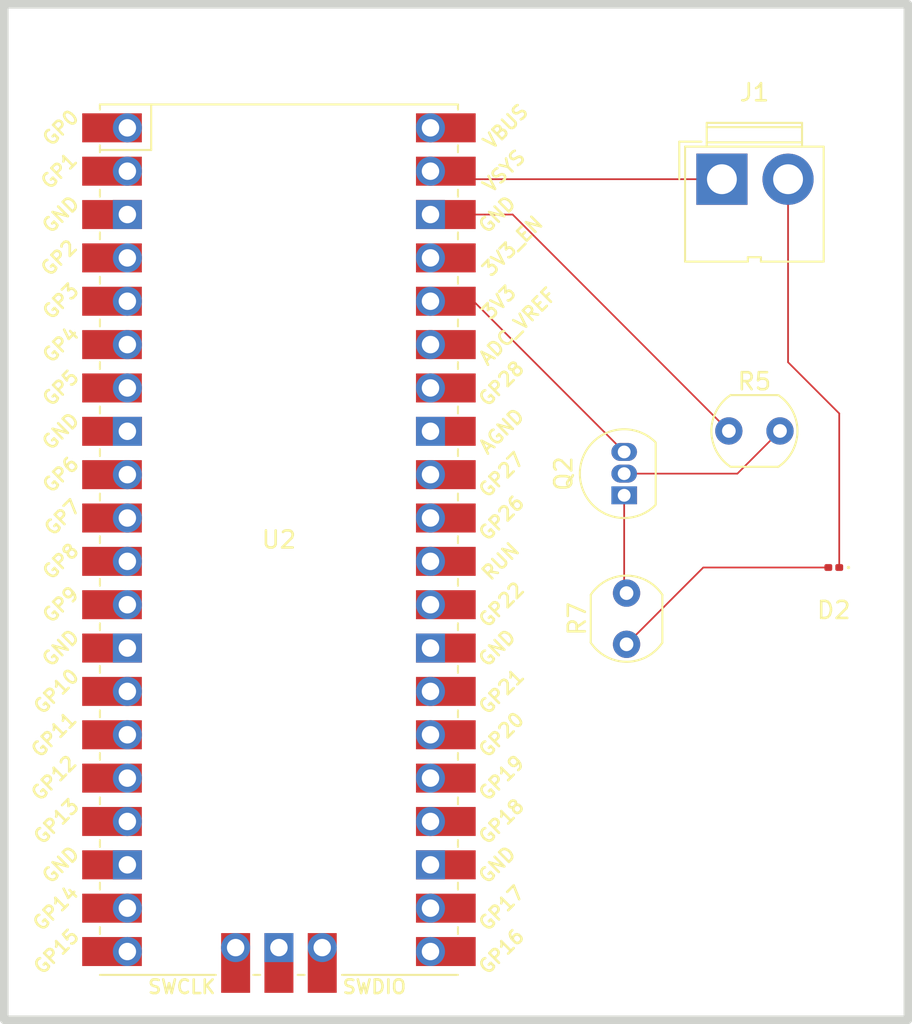
<source format=kicad_pcb>
(kicad_pcb (version 20240108) (generator "pcbnew") (generator_version "8.0")
  (layers (0 "F.Cu" signal) (31 "B.Cu" signal) (34 "B.Paste" user) (35 "F.Paste" user) (36 "B.SilkS" user "B.Silkscreen") (37 "F.SilkS" user "F.Silkscreen") (38 "B.Mask" user) (39 "F.Mask" user) (44 "Edge.Cuts" user))
  (net 0 "")
  (net 1 "GND")
  (net 2 "Net-(D2-A)")
  (net 3 "VSYS")
  (net 4 "Net-(Q2-B)")
  (net 5 "Net-(Q2-C)")
  (net 6 "3v3")
  (net 7 "Net-(R5-Pad1)")
  (footprint "OptoDevice:R_LDR_5.0x4.1mm_P3mm_Vertical" (layer "F.Cu") (at 145.5 104 90)
    (property "Reference" "R7" (at 1.5 -2.9 270) (layer "F.SilkS"))
    (property "Value" "R")
    (fp_line (start 0.1 -2.1) (end 2.9 -2.1) (stroke (width 0.12)) (layer "F.SilkS"))
    (fp_line (start 0.1 2.1) (end 2.9 2.1) (stroke (width 0.12)) (layer "F.SilkS"))
    (fp_arc (start 2.9 -2.1) (mid 4.023872 0.008372) (end 2.886037 2.109242) (stroke (width 0.12)) (layer "F.SilkS"))
    (fp_arc (start 0.1 2.1) (mid -1.023872 -0.008372) (end 0.113963 -2.109242) (stroke (width 0.12)) (layer "F.SilkS"))
    (pad "1" thru_hole circle (at 0 0 90) (size 1.6 1.6) (drill 0.8) (layers "*.Cu" "*.Mask") (net 2 "Net-(D2-A)"))
    (pad "2" thru_hole circle (at 3 0 90) (size 1.6 1.6) (drill 0.8) (layers "*.Cu" "*.Mask") (net 5 "Net-(Q2-C)"))
  )
  (footprint "Package_TO_SOT_THT:TO-92_Inline" (layer "F.Cu") (at 145.36 95.27 90)
    (property "Reference" "Q2" (at 1.27 -3.56 270) (layer "F.SilkS"))
    (property "Value" "BC558")
    (fp_line (start -0.53 1.85) (end 3.07 1.85) (stroke (width 0.12)) (layer "F.SilkS"))
    (fp_arc (start 1.27 -2.6) (mid 3.672087 -0.994977) (end 3.108478 1.838478) (stroke (width 0.12)) (layer "F.SilkS"))
    (fp_arc (start -0.568478 1.838478) (mid -1.132087 -0.994977) (end 1.27 -2.6) (stroke (width 0.12)) (layer "F.SilkS"))
    (pad "1" thru_hole rect (at 0 0 90) (size 1.05 1.5) (drill 0.75) (layers "*.Cu" "*.Mask") (net 5 "Net-(Q2-C)"))
    (pad "2" thru_hole oval (at 1.27 0 90) (size 1.05 1.5) (drill 0.75) (layers "*.Cu" "*.Mask") (net 4 "Net-(Q2-B)"))
    (pad "3" thru_hole oval (at 2.54 0 90) (size 1.05 1.5) (drill 0.75) (layers "*.Cu" "*.Mask") (net 6 "3v3"))
  )
  (footprint "LED_SMD:LED_0201_0603Metric" (layer "F.Cu") (at 157.655 99.5 180)
    (property "Reference" "D2" (at 0 -2.5 180) (layer "F.SilkS"))
    (property "Value" "LED")
    (fp_circle (center -0.86 0) (end -0.81 0) (stroke (width 0.1)) (fill none) (layer "F.SilkS"))
    (pad "1" smd roundrect (at -0.32 0 180) (size 0.46 0.4) (layers "F.Cu" "F.Mask") (net 1 "GND"))
    (pad "2" smd roundrect (at 0.32 0 180) (size 0.46 0.4) (layers "F.Cu" "F.Mask") (net 2 "Net-(D2-A)"))
  )
  (footprint "OptoDevice:R_LDR_5.0x4.1mm_P3mm_Vertical" (layer "F.Cu") (at 151.5 91.5)
    (property "Reference" "R5" (at 1.5 -2.9 0) (layer "F.SilkS"))
    (property "Value" "R")
    (fp_line (start 0.1 -2.1) (end 2.9 -2.1) (stroke (width 0.12)) (layer "F.SilkS"))
    (fp_line (start 0.1 2.1) (end 2.9 2.1) (stroke (width 0.12)) (layer "F.SilkS"))
    (fp_arc (start 0.1 2.1) (mid -1.023872 -0.008372) (end 0.113963 -2.109242) (stroke (width 0.12)) (layer "F.SilkS"))
    (fp_arc (start 2.9 -2.1) (mid 4.023872 0.008372) (end 2.886037 2.109242) (stroke (width 0.12)) (layer "F.SilkS"))
    (pad "1" thru_hole circle (at 0 0) (size 1.6 1.6) (drill 0.8) (layers "*.Cu" "*.Mask") (net 7 "Net-(R5-Pad1)"))
    (pad "2" thru_hole circle (at 3 0) (size 1.6 1.6) (drill 0.8) (layers "*.Cu" "*.Mask") (net 4 "Net-(Q2-B)"))
  )
  (footprint "MCU_RaspberryPi_and_Boards:RPi_Pico_SMD_TH" (layer "F.Cu") (at 125.11 97.87)
    (property "Reference" "U2" (at 0 0 0) (layer "F.SilkS"))
    (property "Value" "Pico")
    (fp_line (start -10.5 -25.5) (end -10.5 -25.2) (stroke (width 0.12)) (layer "F.SilkS"))
    (fp_line (start -10.5 -25.5) (end 10.5 -25.5) (stroke (width 0.12)) (layer "F.SilkS"))
    (fp_line (start -10.5 -23.1) (end -10.5 -22.7) (stroke (width 0.12)) (layer "F.SilkS"))
    (fp_line (start -10.5 -22.833) (end -7.493 -22.833) (stroke (width 0.12)) (layer "F.SilkS"))
    (fp_line (start -10.5 -20.5) (end -10.5 -20.1) (stroke (width 0.12)) (layer "F.SilkS"))
    (fp_line (start -10.5 -18) (end -10.5 -17.6) (stroke (width 0.12)) (layer "F.SilkS"))
    (fp_line (start -10.5 -15.4) (end -10.5 -15) (stroke (width 0.12)) (layer "F.SilkS"))
    (fp_line (start -10.5 -12.9) (end -10.5 -12.5) (stroke (width 0.12)) (layer "F.SilkS"))
    (fp_line (start -10.5 -10.4) (end -10.5 -10) (stroke (width 0.12)) (layer "F.SilkS"))
    (fp_line (start -10.5 -7.8) (end -10.5 -7.4) (stroke (width 0.12)) (layer "F.SilkS"))
    (fp_line (start -10.5 -5.3) (end -10.5 -4.9) (stroke (width 0.12)) (layer "F.SilkS"))
    (fp_line (start -10.5 -2.7) (end -10.5 -2.3) (stroke (width 0.12)) (layer "F.SilkS"))
    (fp_line (start -10.5 -0.2) (end -10.5 0.2) (stroke (width 0.12)) (layer "F.SilkS"))
    (fp_line (start -10.5 2.3) (end -10.5 2.7) (stroke (width 0.12)) (layer "F.SilkS"))
    (fp_line (start -10.5 4.9) (end -10.5 5.3) (stroke (width 0.12)) (layer "F.SilkS"))
    (fp_line (start -10.5 7.4) (end -10.5 7.8) (stroke (width 0.12)) (layer "F.SilkS"))
    (fp_line (start -10.5 10) (end -10.5 10.4) (stroke (width 0.12)) (layer "F.SilkS"))
    (fp_line (start -10.5 12.5) (end -10.5 12.9) (stroke (width 0.12)) (layer "F.SilkS"))
    (fp_line (start -10.5 15.1) (end -10.5 15.5) (stroke (width 0.12)) (layer "F.SilkS"))
    (fp_line (start -10.5 17.6) (end -10.5 18) (stroke (width 0.12)) (layer "F.SilkS"))
    (fp_line (start -10.5 20.1) (end -10.5 20.5) (stroke (width 0.12)) (layer "F.SilkS"))
    (fp_line (start -10.5 22.7) (end -10.5 23.1) (stroke (width 0.12)) (layer "F.SilkS"))
    (fp_line (start -7.493 -22.833) (end -7.493 -25.5) (stroke (width 0.12)) (layer "F.SilkS"))
    (fp_line (start -3.7 25.5) (end -10.5 25.5) (stroke (width 0.12)) (layer "F.SilkS"))
    (fp_line (start -1.5 25.5) (end -1.1 25.5) (stroke (width 0.12)) (layer "F.SilkS"))
    (fp_line (start 1.1 25.5) (end 1.5 25.5) (stroke (width 0.12)) (layer "F.SilkS"))
    (fp_line (start 10.5 -25.5) (end 10.5 -25.2) (stroke (width 0.12)) (layer "F.SilkS"))
    (fp_line (start 10.5 -23.1) (end 10.5 -22.7) (stroke (width 0.12)) (layer "F.SilkS"))
    (fp_line (start 10.5 -20.5) (end 10.5 -20.1) (stroke (width 0.12)) (layer "F.SilkS"))
    (fp_line (start 10.5 -18) (end 10.5 -17.6) (stroke (width 0.12)) (layer "F.SilkS"))
    (fp_line (start 10.5 -15.4) (end 10.5 -15) (stroke (width 0.12)) (layer "F.SilkS"))
    (fp_line (start 10.5 -12.9) (end 10.5 -12.5) (stroke (width 0.12)) (layer "F.SilkS"))
    (fp_line (start 10.5 -10.4) (end 10.5 -10) (stroke (width 0.12)) (layer "F.SilkS"))
    (fp_line (start 10.5 -7.8) (end 10.5 -7.4) (stroke (width 0.12)) (layer "F.SilkS"))
    (fp_line (start 10.5 -5.3) (end 10.5 -4.9) (stroke (width 0.12)) (layer "F.SilkS"))
    (fp_line (start 10.5 -2.7) (end 10.5 -2.3) (stroke (width 0.12)) (layer "F.SilkS"))
    (fp_line (start 10.5 -0.2) (end 10.5 0.2) (stroke (width 0.12)) (layer "F.SilkS"))
    (fp_line (start 10.5 2.3) (end 10.5 2.7) (stroke (width 0.12)) (layer "F.SilkS"))
    (fp_line (start 10.5 4.9) (end 10.5 5.3) (stroke (width 0.12)) (layer "F.SilkS"))
    (fp_line (start 10.5 7.4) (end 10.5 7.8) (stroke (width 0.12)) (layer "F.SilkS"))
    (fp_line (start 10.5 10) (end 10.5 10.4) (stroke (width 0.12)) (layer "F.SilkS"))
    (fp_line (start 10.5 12.5) (end 10.5 12.9) (stroke (width 0.12)) (layer "F.SilkS"))
    (fp_line (start 10.5 15.1) (end 10.5 15.5) (stroke (width 0.12)) (layer "F.SilkS"))
    (fp_line (start 10.5 17.6) (end 10.5 18) (stroke (width 0.12)) (layer "F.SilkS"))
    (fp_line (start 10.5 20.1) (end 10.5 20.5) (stroke (width 0.12)) (layer "F.SilkS"))
    (fp_line (start 10.5 22.7) (end 10.5 23.1) (stroke (width 0.12)) (layer "F.SilkS"))
    (fp_line (start 10.5 25.5) (end 3.7 25.5) (stroke (width 0.12)) (layer "F.SilkS"))
    (fp_text user "GP13" (at -13.054 16.51 45) (layer "F.SilkS") (effects (font (size 0.8 0.8))))
    (fp_text user "GP6" (at -12.8 -3.81 45) (layer "F.SilkS") (effects (font (size 0.8 0.8))))
    (fp_text user "GND" (at 12.8 -19.05 45) (layer "F.SilkS") (effects (font (size 0.8 0.8))))
    (fp_text user "GP14" (at -13.1 21.59 45) (layer "F.SilkS") (effects (font (size 0.8 0.8))))
    (fp_text user "AGND" (at 13.054 -6.35 45) (layer "F.SilkS") (effects (font (size 0.8 0.8))))
    (fp_text user "GND" (at -12.8 -19.05 45) (layer "F.SilkS") (effects (font (size 0.8 0.8))))
    (fp_text user "GP3" (at -12.8 -13.97 45) (layer "F.SilkS") (effects (font (size 0.8 0.8))))
    (fp_text user "GP9" (at -12.8 3.81 45) (layer "F.SilkS") (effects (font (size 0.8 0.8))))
    (fp_text user "GP10" (at -13.054 8.89 45) (layer "F.SilkS") (effects (font (size 0.8 0.8))))
    (fp_text user "3V3" (at 12.9 -13.9 45) (layer "F.SilkS") (effects (font (size 0.8 0.8))))
    (fp_text user "GP11" (at -13.2 11.43 45) (layer "F.SilkS") (effects (font (size 0.8 0.8))))
    (fp_text user "GND" (at -12.8 -6.35 45) (layer "F.SilkS") (effects (font (size 0.8 0.8))))
    (fp_text user "VSYS" (at 13.2 -21.59 45) (layer "F.SilkS") (effects (font (size 0.8 0.8))))
    (fp_text user "GP16" (at 13.054 24.13 45) (layer "F.SilkS") (effects (font (size 0.8 0.8))))
    (fp_text user "GND" (at -12.8 6.35 45) (layer "F.SilkS") (effects (font (size 0.8 0.8))))
    (fp_text user "GP0" (at -12.8 -24.13 45) (layer "F.SilkS") (effects (font (size 0.8 0.8))))
    (fp_text user "GP22" (at 13.054 3.81 45) (layer "F.SilkS") (effects (font (size 0.8 0.8))))
    (fp_text user "GP21" (at 13.054 8.9 45) (layer "F.SilkS") (effects (font (size 0.8 0.8))))
    (fp_text user "GP17" (at 13.054 21.59 45) (layer "F.SilkS") (effects (font (size 0.8 0.8))))
    (fp_text user "GP28" (at 13.054 -9.144 45) (layer "F.SilkS") (effects (font (size 0.8 0.8))))
    (fp_text user "GP20" (at 13.054 11.43 45) (layer "F.SilkS") (effects (font (size 0.8 0.8))))
    (fp_text user "GP12" (at -13.2 13.97 45) (layer "F.SilkS") (effects (font (size 0.8 0.8))))
    (fp_text user "GP4" (at -12.8 -11.43 45) (layer "F.SilkS") (effects (font (size 0.8 0.8))))
    (fp_text user "ADC_VREF" (at 14 -12.5 45) (layer "F.SilkS") (effects (font (size 0.8 0.8))))
    (fp_text user "VBUS" (at 13.3 -24.2 45) (layer "F.SilkS") (effects (font (size 0.8 0.8))))
    (fp_text user "GP19" (at 13.054 13.97 45) (layer "F.SilkS") (effects (font (size 0.8 0.8))))
    (fp_text user "GP1" (at -12.9 -21.6 45) (layer "F.SilkS") (effects (font (size 0.8 0.8))))
    (fp_text user "GP2" (at -12.9 -16.51 45) (layer "F.SilkS") (effects (font (size 0.8 0.8))))
    (fp_text user "3V3_EN" (at 13.7 -17.2 45) (layer "F.SilkS") (effects (font (size 0.8 0.8))))
    (fp_text user "SWDIO" (at 5.6 26.2 0) (layer "F.SilkS") (effects (font (size 0.8 0.8))))
    (fp_text user "GP26" (at 13.054 -1.27 45) (layer "F.SilkS") (effects (font (size 0.8 0.8))))
    (fp_text user "RUN" (at 13 1.27 45) (layer "F.SilkS") (effects (font (size 0.8 0.8))))
    (fp_text user "GP7" (at -12.7 -1.3 45) (layer "F.SilkS") (effects (font (size 0.8 0.8))))
    (fp_text user "GP27" (at 13.054 -3.8 45) (layer "F.SilkS") (effects (font (size 0.8 0.8))))
    (fp_text user "GP15" (at -13.054 24.13 45) (layer "F.SilkS") (effects (font (size 0.8 0.8))))
    (fp_text user "GND" (at 12.8 19.05 45) (layer "F.SilkS") (effects (font (size 0.8 0.8))))
    (fp_text user "GND" (at 12.8 6.35 45) (layer "F.SilkS") (effects (font (size 0.8 0.8))))
    (fp_text user "GP8" (at -12.8 1.27 45) (layer "F.SilkS") (effects (font (size 0.8 0.8))))
    (fp_text user "GND" (at -12.8 19.05 45) (layer "F.SilkS") (effects (font (size 0.8 0.8))))
    (fp_text user "GP5" (at -12.8 -8.89 45) (layer "F.SilkS") (effects (font (size 0.8 0.8))))
    (fp_text user "SWCLK" (at -5.7 26.2 0) (layer "F.SilkS") (effects (font (size 0.8 0.8))))
    (fp_text user "GP18" (at 13.054 16.51 45) (layer "F.SilkS") (effects (font (size 0.8 0.8))))
    (pad "" np_thru_hole oval (at -2.725 -24) (size 1.8 1.8) (drill 1.8) (layers "*.Cu" "*.Mask"))
    (pad "" np_thru_hole oval (at -2.425 -20.97) (size 1.5 1.5) (drill 1.5) (layers "*.Cu" "*.Mask"))
    (pad "" np_thru_hole oval (at 2.425 -20.97) (size 1.5 1.5) (drill 1.5) (layers "*.Cu" "*.Mask"))
    (pad "" np_thru_hole oval (at 2.725 -24) (size 1.8 1.8) (drill 1.8) (layers "*.Cu" "*.Mask"))
    (pad "1" thru_hole oval (at -8.89 -24.13) (size 1.7 1.7) (drill 1.02) (layers "*.Cu" "*.Mask"))
    (pad "1" smd rect (at -8.89 -24.13) (size 3.5 1.7) (drill (offset -0.9 0)) (layers "F.Cu" "F.Mask"))
    (pad "2" thru_hole oval (at -8.89 -21.59) (size 1.7 1.7) (drill 1.02) (layers "*.Cu" "*.Mask"))
    (pad "2" smd rect (at -8.89 -21.59) (size 3.5 1.7) (drill (offset -0.9 0)) (layers "F.Cu" "F.Mask"))
    (pad "3" thru_hole rect (at -8.89 -19.05) (size 1.7 1.7) (drill 1.02) (layers "*.Cu" "*.Mask"))
    (pad "3" smd rect (at -8.89 -19.05) (size 3.5 1.7) (drill (offset -0.9 0)) (layers "F.Cu" "F.Mask"))
    (pad "4" thru_hole oval (at -8.89 -16.51) (size 1.7 1.7) (drill 1.02) (layers "*.Cu" "*.Mask"))
    (pad "4" smd rect (at -8.89 -16.51) (size 3.5 1.7) (drill (offset -0.9 0)) (layers "F.Cu" "F.Mask"))
    (pad "5" thru_hole oval (at -8.89 -13.97) (size 1.7 1.7) (drill 1.02) (layers "*.Cu" "*.Mask"))
    (pad "5" smd rect (at -8.89 -13.97) (size 3.5 1.7) (drill (offset -0.9 0)) (layers "F.Cu" "F.Mask"))
    (pad "6" thru_hole oval (at -8.89 -11.43) (size 1.7 1.7) (drill 1.02) (layers "*.Cu" "*.Mask"))
    (pad "6" smd rect (at -8.89 -11.43) (size 3.5 1.7) (drill (offset -0.9 0)) (layers "F.Cu" "F.Mask"))
    (pad "7" thru_hole oval (at -8.89 -8.89) (size 1.7 1.7) (drill 1.02) (layers "*.Cu" "*.Mask"))
    (pad "7" smd rect (at -8.89 -8.89) (size 3.5 1.7) (drill (offset -0.9 0)) (layers "F.Cu" "F.Mask"))
    (pad "8" thru_hole rect (at -8.89 -6.35) (size 1.7 1.7) (drill 1.02) (layers "*.Cu" "*.Mask"))
    (pad "8" smd rect (at -8.89 -6.35) (size 3.5 1.7) (drill (offset -0.9 0)) (layers "F.Cu" "F.Mask"))
    (pad "9" thru_hole oval (at -8.89 -3.81) (size 1.7 1.7) (drill 1.02) (layers "*.Cu" "*.Mask"))
    (pad "9" smd rect (at -8.89 -3.81) (size 3.5 1.7) (drill (offset -0.9 0)) (layers "F.Cu" "F.Mask"))
    (pad "10" thru_hole oval (at -8.89 -1.27) (size 1.7 1.7) (drill 1.02) (layers "*.Cu" "*.Mask"))
    (pad "10" smd rect (at -8.89 -1.27) (size 3.5 1.7) (drill (offset -0.9 0)) (layers "F.Cu" "F.Mask"))
    (pad "11" thru_hole oval (at -8.89 1.27) (size 1.7 1.7) (drill 1.02) (layers "*.Cu" "*.Mask"))
    (pad "11" smd rect (at -8.89 1.27) (size 3.5 1.7) (drill (offset -0.9 0)) (layers "F.Cu" "F.Mask"))
    (pad "12" thru_hole oval (at -8.89 3.81) (size 1.7 1.7) (drill 1.02) (layers "*.Cu" "*.Mask"))
    (pad "12" smd rect (at -8.89 3.81) (size 3.5 1.7) (drill (offset -0.9 0)) (layers "F.Cu" "F.Mask"))
    (pad "13" thru_hole rect (at -8.89 6.35) (size 1.7 1.7) (drill 1.02) (layers "*.Cu" "*.Mask"))
    (pad "13" smd rect (at -8.89 6.35) (size 3.5 1.7) (drill (offset -0.9 0)) (layers "F.Cu" "F.Mask"))
    (pad "14" thru_hole oval (at -8.89 8.89) (size 1.7 1.7) (drill 1.02) (layers "*.Cu" "*.Mask"))
    (pad "14" smd rect (at -8.89 8.89) (size 3.5 1.7) (drill (offset -0.9 0)) (layers "F.Cu" "F.Mask"))
    (pad "15" thru_hole oval (at -8.89 11.43) (size 1.7 1.7) (drill 1.02) (layers "*.Cu" "*.Mask"))
    (pad "15" smd rect (at -8.89 11.43) (size 3.5 1.7) (drill (offset -0.9 0)) (layers "F.Cu" "F.Mask"))
    (pad "16" thru_hole oval (at -8.89 13.97) (size 1.7 1.7) (drill 1.02) (layers "*.Cu" "*.Mask"))
    (pad "16" smd rect (at -8.89 13.97) (size 3.5 1.7) (drill (offset -0.9 0)) (layers "F.Cu" "F.Mask"))
    (pad "17" thru_hole oval (at -8.89 16.51) (size 1.7 1.7) (drill 1.02) (layers "*.Cu" "*.Mask"))
    (pad "17" smd rect (at -8.89 16.51) (size 3.5 1.7) (drill (offset -0.9 0)) (layers "F.Cu" "F.Mask"))
    (pad "18" thru_hole rect (at -8.89 19.05) (size 1.7 1.7) (drill 1.02) (layers "*.Cu" "*.Mask"))
    (pad "18" smd rect (at -8.89 19.05) (size 3.5 1.7) (drill (offset -0.9 0)) (layers "F.Cu" "F.Mask"))
    (pad "19" thru_hole oval (at -8.89 21.59) (size 1.7 1.7) (drill 1.02) (layers "*.Cu" "*.Mask"))
    (pad "19" smd rect (at -8.89 21.59) (size 3.5 1.7) (drill (offset -0.9 0)) (layers "F.Cu" "F.Mask"))
    (pad "20" thru_hole oval (at -8.89 24.13) (size 1.7 1.7) (drill 1.02) (layers "*.Cu" "*.Mask"))
    (pad "20" smd rect (at -8.89 24.13) (size 3.5 1.7) (drill (offset -0.9 0)) (layers "F.Cu" "F.Mask"))
    (pad "21" thru_hole oval (at 8.89 24.13) (size 1.7 1.7) (drill 1.02) (layers "*.Cu" "*.Mask"))
    (pad "21" smd rect (at 8.89 24.13) (size 3.5 1.7) (drill (offset 0.9 0)) (layers "F.Cu" "F.Mask"))
    (pad "22" thru_hole oval (at 8.89 21.59) (size 1.7 1.7) (drill 1.02) (layers "*.Cu" "*.Mask"))
    (pad "22" smd rect (at 8.89 21.59) (size 3.5 1.7) (drill (offset 0.9 0)) (layers "F.Cu" "F.Mask"))
    (pad "23" thru_hole rect (at 8.89 19.05) (size 1.7 1.7) (drill 1.02) (layers "*.Cu" "*.Mask"))
    (pad "23" smd rect (at 8.89 19.05) (size 3.5 1.7) (drill (offset 0.9 0)) (layers "F.Cu" "F.Mask"))
    (pad "24" thru_hole oval (at 8.89 16.51) (size 1.7 1.7) (drill 1.02) (layers "*.Cu" "*.Mask"))
    (pad "24" smd rect (at 8.89 16.51) (size 3.5 1.7) (drill (offset 0.9 0)) (layers "F.Cu" "F.Mask"))
    (pad "25" thru_hole oval (at 8.89 13.97) (size 1.7 1.7) (drill 1.02) (layers "*.Cu" "*.Mask"))
    (pad "25" smd rect (at 8.89 13.97) (size 3.5 1.7) (drill (offset 0.9 0)) (layers "F.Cu" "F.Mask"))
    (pad "26" thru_hole oval (at 8.89 11.43) (size 1.7 1.7) (drill 1.02) (layers "*.Cu" "*.Mask"))
    (pad "26" smd rect (at 8.89 11.43) (size 3.5 1.7) (drill (offset 0.9 0)) (layers "F.Cu" "F.Mask"))
    (pad "27" thru_hole oval (at 8.89 8.89) (size 1.7 1.7) (drill 1.02) (layers "*.Cu" "*.Mask"))
    (pad "27" smd rect (at 8.89 8.89) (size 3.5 1.7) (drill (offset 0.9 0)) (layers "F.Cu" "F.Mask"))
    (pad "28" thru_hole rect (at 8.89 6.35) (size 1.7 1.7) (drill 1.02) (layers "*.Cu" "*.Mask"))
    (pad "28" smd rect (at 8.89 6.35) (size 3.5 1.7) (drill (offset 0.9 0)) (layers "F.Cu" "F.Mask"))
    (pad "29" thru_hole oval (at 8.89 3.81) (size 1.7 1.7) (drill 1.02) (layers "*.Cu" "*.Mask"))
    (pad "29" smd rect (at 8.89 3.81) (size 3.5 1.7) (drill (offset 0.9 0)) (layers "F.Cu" "F.Mask"))
    (pad "30" thru_hole oval (at 8.89 1.27) (size 1.7 1.7) (drill 1.02) (layers "*.Cu" "*.Mask"))
    (pad "30" smd rect (at 8.89 1.27) (size 3.5 1.7) (drill (offset 0.9 0)) (layers "F.Cu" "F.Mask"))
    (pad "31" thru_hole oval (at 8.89 -1.27) (size 1.7 1.7) (drill 1.02) (layers "*.Cu" "*.Mask"))
    (pad "31" smd rect (at 8.89 -1.27) (size 3.5 1.7) (drill (offset 0.9 0)) (layers "F.Cu" "F.Mask"))
    (pad "32" thru_hole oval (at 8.89 -3.81) (size 1.7 1.7) (drill 1.02) (layers "*.Cu" "*.Mask"))
    (pad "32" smd rect (at 8.89 -3.81) (size 3.5 1.7) (drill (offset 0.9 0)) (layers "F.Cu" "F.Mask"))
    (pad "33" thru_hole rect (at 8.89 -6.35) (size 1.7 1.7) (drill 1.02) (layers "*.Cu" "*.Mask"))
    (pad "33" smd rect (at 8.89 -6.35) (size 3.5 1.7) (drill (offset 0.9 0)) (layers "F.Cu" "F.Mask"))
    (pad "34" thru_hole oval (at 8.89 -8.89) (size 1.7 1.7) (drill 1.02) (layers "*.Cu" "*.Mask"))
    (pad "34" smd rect (at 8.89 -8.89) (size 3.5 1.7) (drill (offset 0.9 0)) (layers "F.Cu" "F.Mask"))
    (pad "35" thru_hole oval (at 8.89 -11.43) (size 1.7 1.7) (drill 1.02) (layers "*.Cu" "*.Mask"))
    (pad "35" smd rect (at 8.89 -11.43) (size 3.5 1.7) (drill (offset 0.9 0)) (layers "F.Cu" "F.Mask"))
    (pad "36" thru_hole oval (at 8.89 -13.97) (size 1.7 1.7) (drill 1.02) (layers "*.Cu" "*.Mask") (net 6 "3v3"))
    (pad "36" smd rect (at 8.89 -13.97) (size 3.5 1.7) (drill (offset 0.9 0)) (layers "F.Cu" "F.Mask") (net 6 "3v3"))
    (pad "37" thru_hole oval (at 8.89 -16.51) (size 1.7 1.7) (drill 1.02) (layers "*.Cu" "*.Mask"))
    (pad "37" smd rect (at 8.89 -16.51) (size 3.5 1.7) (drill (offset 0.9 0)) (layers "F.Cu" "F.Mask"))
    (pad "38" thru_hole rect (at 8.89 -19.05) (size 1.7 1.7) (drill 1.02) (layers "*.Cu" "*.Mask") (net 7 "Net-(R5-Pad1)"))
    (pad "38" smd rect (at 8.89 -19.05) (size 3.5 1.7) (drill (offset 0.9 0)) (layers "F.Cu" "F.Mask") (net 7 "Net-(R5-Pad1)"))
    (pad "39" thru_hole oval (at 8.89 -21.59) (size 1.7 1.7) (drill 1.02) (layers "*.Cu" "*.Mask") (net 3 "VSYS"))
    (pad "39" smd rect (at 8.89 -21.59) (size 3.5 1.7) (drill (offset 0.9 0)) (layers "F.Cu" "F.Mask") (net 3 "VSYS"))
    (pad "40" thru_hole oval (at 8.89 -24.13) (size 1.7 1.7) (drill 1.02) (layers "*.Cu" "*.Mask"))
    (pad "40" smd rect (at 8.89 -24.13) (size 3.5 1.7) (drill (offset 0.9 0)) (layers "F.Cu" "F.Mask"))
    (pad "41" thru_hole oval (at -2.54 23.9) (size 1.7 1.7) (drill 1.02) (layers "*.Cu" "*.Mask"))
    (pad "41" smd rect (at -2.54 23.9 90) (size 3.5 1.7) (drill (offset -0.9 0)) (layers "F.Cu" "F.Mask"))
    (pad "42" thru_hole rect (at 0 23.9) (size 1.7 1.7) (drill 1.02) (layers "*.Cu" "*.Mask"))
    (pad "42" smd rect (at 0 23.9 90) (size 3.5 1.7) (drill (offset -0.9 0)) (layers "F.Cu" "F.Mask"))
    (pad "43" thru_hole oval (at 2.54 23.9) (size 1.7 1.7) (drill 1.02) (layers "*.Cu" "*.Mask"))
    (pad "43" smd rect (at 2.54 23.9 90) (size 3.5 1.7) (drill (offset -0.9 0)) (layers "F.Cu" "F.Mask"))
  )
  (footprint "Connector:JWT_A3963_1x02_P3.96mm_Vertical" (layer "F.Cu") (at 151.0925 76.75)
    (property "Reference" "J1" (at 1.91 -5.08 0) (layer "F.SilkS"))
    (property "Value" "Conn_01x02_Pin")
    (fp_line (start -2.5 -2.2) (end -2.5 0) (stroke (width 0.12)) (layer "F.SilkS"))
    (fp_line (start -2.16 -1.91) (end -2.16 0) (stroke (width 0.12)) (layer "F.SilkS"))
    (fp_line (start -2.16 -1.91) (end 5.97 -1.91) (stroke (width 0.12)) (layer "F.SilkS"))
    (fp_line (start -2.16 0) (end -2.16 4.83) (stroke (width 0.12)) (layer "F.SilkS"))
    (fp_line (start -1.2 -2.2) (end -2.5 -2.2) (stroke (width 0.12)) (layer "F.SilkS"))
    (fp_line (start -0.89 -3.3) (end 4.7 -3.3) (stroke (width 0.12)) (layer "F.SilkS"))
    (fp_line (start -0.89 -3.05) (end 4.7 -3.05) (stroke (width 0.12)) (layer "F.SilkS"))
    (fp_line (start -0.89 -2.16) (end 4.7 -2.16) (stroke (width 0.12)) (layer "F.SilkS"))
    (fp_line (start -0.89 -1.91) (end -0.89 -3.3) (stroke (width 0.12)) (layer "F.SilkS"))
    (fp_line (start 1.52 4.57) (end 2.29 4.57) (stroke (width 0.12)) (layer "F.SilkS"))
    (fp_line (start 1.52 4.83) (end -2.16 4.83) (stroke (width 0.12)) (layer "F.SilkS"))
    (fp_line (start 1.52 4.83) (end 1.52 4.57) (stroke (width 0.12)) (layer "F.SilkS"))
    (fp_line (start 2.29 4.57) (end 2.29 4.83) (stroke (width 0.12)) (layer "F.SilkS"))
    (fp_line (start 2.29 4.83) (end 5.97 4.83) (stroke (width 0.12)) (layer "F.SilkS"))
    (fp_line (start 4.7 -1.91) (end 4.7 -3.3) (stroke (width 0.12)) (layer "F.SilkS"))
    (fp_line (start 5.97 -1.91) (end 5.97 0) (stroke (width 0.12)) (layer "F.SilkS"))
    (fp_line (start 5.97 4.83) (end 5.97 0) (stroke (width 0.12)) (layer "F.SilkS"))
    (pad "1" thru_hole rect (at 0 0) (size 3 3) (drill 1.75) (layers "*.Cu" "*.Mask") (net 3 "VSYS"))
    (pad "2" thru_hole circle (at 3.88 0) (size 3 3) (drill 1.75) (layers "*.Cu" "*.Mask") (net 1 "GND"))
  )
  (gr_rect (start 109 66.5) (end 162 126) (stroke (width 0.5)) (fill none) (layer "Edge.Cuts"))
  (segment (start 154.9725 87.4725) (end 157.975 90.475) (width 0.1) (layer "F.Cu") (net 1))
  (segment (start 157.975 90.475) (end 157.975 99.5) (width 0.1) (layer "F.Cu") (net 1))
  (segment (start 154.9725 76.75) (end 154.9725 87.4725) (width 0.1) (layer "F.Cu") (net 1))
  (segment (start 145.5 104) (end 150 99.5) (width 0.1) (layer "F.Cu") (net 2))
  (segment (start 150 99.5) (end 157.335 99.5) (width 0.1) (layer "F.Cu") (net 2))
  (segment (start 134.47 76.75) (end 134 76.28) (width 0.2) (layer "F.Cu") (net 3))
  (segment (start 151.0925 76.75) (end 134.47 76.75) (width 0.1) (layer "F.Cu") (net 3))
  (segment (start 145.36 94) (end 152 94) (width 0.1) (layer "F.Cu") (net 4))
  (segment (start 152 94) (end 154.5 91.5) (width 0.1) (layer "F.Cu") (net 4))
  (segment (start 145.36 100.86) (end 145.5 101) (width 0.2) (layer "F.Cu") (net 5))
  (segment (start 145.36 95.27) (end 145.36 100.86) (width 0.1) (layer "F.Cu") (net 5))
  (segment (start 134 83.9) (end 136.53 83.9) (width 0.2) (layer "F.Cu") (net 6))
  (segment (start 136.53 83.9) (end 145.36 92.73) (width 0.1) (layer "F.Cu") (net 6))
  (segment (start 151.5 91.5) (end 138.82 78.82) (width 0.1) (layer "F.Cu") (net 7))
  (segment (start 138.82 78.82) (end 134 78.82) (width 0.1) (layer "F.Cu") (net 7))
)
</source>
